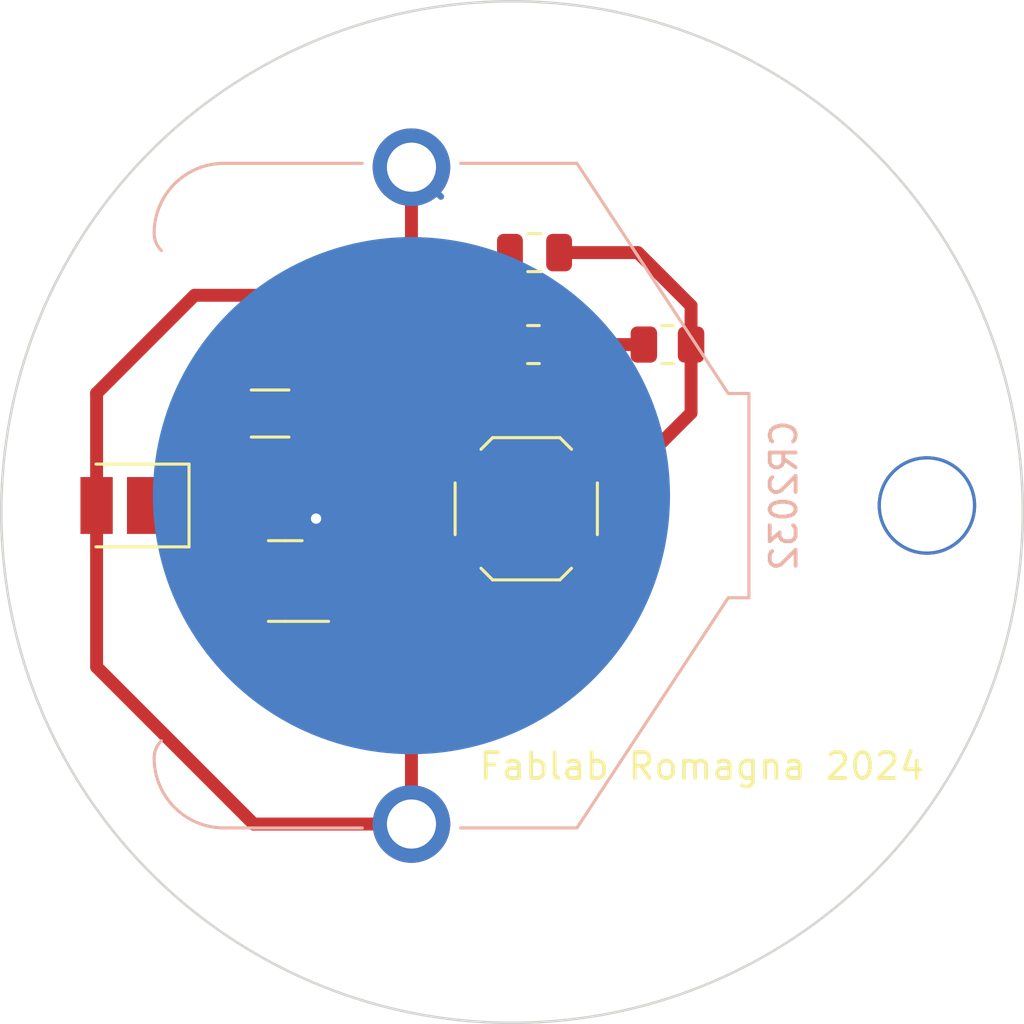
<source format=kicad_pcb>
(kicad_pcb (version 20221018) (generator pcbnew)
  (layers (0 "F.Cu" signal) (31 "B.Cu" signal) (34 "B.Paste" user) (35 "F.Paste" user) (36 "B.SilkS" user "B.Silkscreen") (37 "F.SilkS" user "F.Silkscreen") (38 "B.Mask" user) (39 "F.Mask" user) (44 "Edge.Cuts" user))
  (net 0 "")
  (net 1 "Net-(Q1-G)")
  (net 2 "Net-(Q1-S)")
  (net 3 "Net-(D2-K)")
  (net 4 "Net-(D2-A)")
  (net 5 "Net-(Q1-D)")
  (net 6 "Net-(R1-Pad2)")
  (footprint "Capacitor_SMD:C_0805_2012Metric" (layer "F.Cu") (at 44.008 32.004 180)
    (fp_text reference "C1" hide)
    (fp_text value "10u")
    (fp_line (start -0.261252 -0.735) (end 0.261252 -0.735) (stroke (width 0.12)) (layer "F.SilkS"))
    (fp_line (start -0.261252 0.735) (end 0.261252 0.735) (stroke (width 0.12)) (layer "F.SilkS"))
    (pad "1" smd roundrect (at -0.95 0 180) (size 1 1.45) (layers "F.Cu" "F.Paste" "F.Mask") (net 1 "Net-(Q1-G)"))
    (pad "2" smd roundrect (at 0.95 0 180) (size 1 1.45) (layers "F.Cu" "F.Paste" "F.Mask") (net 2 "Net-(Q1-S)"))
  )
  (footprint "Package_TO_SOT_SMD:SOT-23" (layer "F.Cu") (at 34.3685 44.704 180)
    (fp_text reference "Q1" hide)
    (fp_text value "AO3400A")
    (fp_line (start 0 -1.56) (end -1.675 -1.56) (stroke (width 0.12)) (layer "F.SilkS"))
    (fp_line (start 0 -1.56) (end 0.65 -1.56) (stroke (width 0.12)) (layer "F.SilkS"))
    (fp_line (start 0 1.56) (end -0.65 1.56) (stroke (width 0.12)) (layer "F.SilkS"))
    (fp_line (start 0 1.56) (end 0.65 1.56) (stroke (width 0.12)) (layer "F.SilkS"))
    (pad "1" smd roundrect (at -0.9375 -0.95 180) (size 1.475 0.6) (layers "F.Cu" "F.Paste" "F.Mask") (net 1 "Net-(Q1-G)"))
    (pad "2" smd roundrect (at -0.9375 0.95 180) (size 1.475 0.6) (layers "F.Cu" "F.Paste" "F.Mask") (net 2 "Net-(Q1-S)"))
    (pad "3" smd roundrect (at 0.9375 0 180) (size 1.475 0.6) (layers "F.Cu" "F.Paste" "F.Mask") (net 5 "Net-(Q1-D)"))
  )
  (footprint "Resistor_SMD:R_1206_3216Metric" (layer "F.Cu") (at 33.782 38.227)
    (fp_text reference "R3" hide)
    (fp_text value "120")
    (fp_line (start -0.727064 -0.91) (end 0.727064 -0.91) (stroke (width 0.12)) (layer "F.SilkS"))
    (fp_line (start -0.727064 0.91) (end 0.727064 0.91) (stroke (width 0.12)) (layer "F.SilkS"))
    (pad "1" smd roundrect (at -1.4625 0) (size 1.125 1.75) (layers "F.Cu" "F.Paste" "F.Mask") (roundrect_rratio 0.2222222222) (net 3 "Net-(D2-K)"))
    (pad "2" smd roundrect (at 1.4625 0) (size 1.125 1.75) (layers "F.Cu" "F.Paste" "F.Mask") (roundrect_rratio 0.2222222222) (net 5 "Net-(Q1-D)"))
  )
  (footprint "LED_SMD:LED_PLCC_2835" (layer "F.Cu") (at 28.448 41.783 180)
    (fp_text reference "D2" hide)
    (fp_text value "LED")
    (fp_line (start -2.2 -1.6) (end -2.2 1.6) (stroke (width 0.12)) (layer "F.SilkS"))
    (fp_line (start 1.4 -1.6) (end -2.2 -1.6) (stroke (width 0.12)) (layer "F.SilkS"))
    (fp_line (start 1.4 1.6) (end -2.2 1.6) (stroke (width 0.12)) (layer "F.SilkS"))
    (pad "1" smd rect (at -0.9 0 180) (size 2.2 2.2) (layers "F.Cu" "F.Paste" "F.Mask") (net 3 "Net-(D2-K)"))
    (pad "2" smd rect (at 1.375 0 180) (size 1.25 2.2) (layers "F.Cu" "F.Paste" "F.Mask") (net 4 "Net-(D2-A)"))
  )
  (footprint "Resistor_SMD:R_0805_2012Metric" (layer "F.Cu") (at 49.149 35.56 180)
    (fp_text reference "R1" hide)
    (fp_text value "470K")
    (fp_line (start -0.227064 -0.735) (end 0.227064 -0.735) (stroke (width 0.12)) (layer "F.SilkS"))
    (fp_line (start -0.227064 0.735) (end 0.227064 0.735) (stroke (width 0.12)) (layer "F.SilkS"))
    (pad "1" smd roundrect (at -0.9125 0 180) (size 1.025 1.4) (layers "F.Cu" "F.Paste" "F.Mask") (roundrect_rratio 0.243902439) (net 1 "Net-(Q1-G)"))
    (pad "2" smd roundrect (at 0.9125 0 180) (size 1.025 1.4) (layers "F.Cu" "F.Paste" "F.Mask") (roundrect_rratio 0.243902439) (net 6 "Net-(R1-Pad2)"))
  )
  (footprint "Button_Switch_SMD:SW_Push_1P1T_XKB_TS-1187A" (layer "F.Cu") (at 43.688 41.91 180)
    (fp_text reference "SW1" hide)
    (fp_text value "SW_Push")
    (fp_line (start -2.75 -1) (end -2.75 1) (stroke (width 0.12)) (layer "F.SilkS"))
    (fp_line (start -1.75 -2.3) (end -1.3 -2.75) (stroke (width 0.12)) (layer "F.SilkS"))
    (fp_line (start -1.75 2.3) (end -1.3 2.75) (stroke (width 0.12)) (layer "F.SilkS"))
    (fp_line (start -1.3 -2.75) (end 1.3 -2.75) (stroke (width 0.12)) (layer "F.SilkS"))
    (fp_line (start -1.3 2.75) (end 1.3 2.75) (stroke (width 0.12)) (layer "F.SilkS"))
    (fp_line (start 1.75 -2.3) (end 1.3 -2.75) (stroke (width 0.12)) (layer "F.SilkS"))
    (fp_line (start 1.75 2.3) (end 1.3 2.75) (stroke (width 0.12)) (layer "F.SilkS"))
    (fp_line (start 2.75 -1) (end 2.75 1) (stroke (width 0.12)) (layer "F.SilkS"))
    (pad "1" smd rect (at -3 -1.875 180) (size 1 0.75) (layers "F.Cu" "F.Paste" "F.Mask") (net 4 "Net-(D2-A)"))
    (pad "1" smd rect (at 3 -1.875 180) (size 1 0.75) (layers "F.Cu" "F.Paste" "F.Mask") (net 4 "Net-(D2-A)"))
    (pad "2" smd rect (at -3 1.875 180) (size 1 0.75) (layers "F.Cu" "F.Paste" "F.Mask") (net 1 "Net-(Q1-G)"))
    (pad "2" smd rect (at 3 1.875 180) (size 1 0.75) (layers "F.Cu" "F.Paste" "F.Mask") (net 1 "Net-(Q1-G)"))
  )
  (footprint "Resistor_SMD:R_0805_2012Metric" (layer "F.Cu") (at 43.9655 35.56 180)
    (fp_text reference "R2" hide)
    (fp_text value "470K")
    (fp_line (start -0.227064 -0.735) (end 0.227064 -0.735) (stroke (width 0.12)) (layer "F.SilkS"))
    (fp_line (start -0.227064 0.735) (end 0.227064 0.735) (stroke (width 0.12)) (layer "F.SilkS"))
    (pad "1" smd roundrect (at -0.9125 0 180) (size 1.025 1.4) (layers "F.Cu" "F.Paste" "F.Mask") (roundrect_rratio 0.243902439) (net 6 "Net-(R1-Pad2)"))
    (pad "2" smd roundrect (at 0.9125 0 180) (size 1.025 1.4) (layers "F.Cu" "F.Paste" "F.Mask") (roundrect_rratio 0.243902439) (net 2 "Net-(Q1-S)"))
  )
  (footprint "Battery:BatteryHolder_Keystone_3009_1x2450" (layer "B.Cu") (at 39.249 41.402 90)
    (fp_text reference "CR2032" (at 0 14.4 90) (layer "B.SilkS") (effects (justify mirror)))
    (fp_text value "3")
    (fp_line (start -12.85 -1.9) (end -12.85 -7.3) (stroke (width 0.12)) (layer "B.SilkS"))
    (fp_line (start -12.85 6.4) (end -12.85 1.9) (stroke (width 0.12)) (layer "B.SilkS"))
    (fp_line (start -3.95 12.25) (end -12.85 6.4) (stroke (width 0.12)) (layer "B.SilkS"))
    (fp_line (start -3.95 13.05) (end -3.95 12.25) (stroke (width 0.12)) (layer "B.SilkS"))
    (fp_line (start -3.95 13.05) (end 3.95 13.05) (stroke (width 0.12)) (layer "B.SilkS"))
    (fp_line (start 3.95 12.25) (end 12.85 6.4) (stroke (width 0.12)) (layer "B.SilkS"))
    (fp_line (start 3.95 13.05) (end 3.95 12.25) (stroke (width 0.12)) (layer "B.SilkS"))
    (fp_line (start 12.85 -1.9) (end 12.85 -7.3) (stroke (width 0.12)) (layer "B.SilkS"))
    (fp_line (start 12.85 6.4) (end 12.85 1.9) (stroke (width 0.12)) (layer "B.SilkS"))
    (fp_arc (start -12.85 -7.25) (mid -12.059188 -9.159188) (end -10.15 -9.95) (stroke (width 0.12)) (layer "B.SilkS"))
    (fp_arc (start -10.15 -9.95) (mid -9.786451 -9.877685) (end -9.478249 -9.671751) (stroke (width 0.12)) (layer "B.SilkS"))
    (fp_arc (start 9.478249 -9.671751) (mid 9.786451 -9.877685) (end 10.15 -9.95) (stroke (width 0.12)) (layer "B.SilkS"))
    (fp_arc (start 10.15 -9.95) (mid 12.059188 -9.159188) (end 12.85 -7.25) (stroke (width 0.12)) (layer "B.SilkS"))
    (pad "1" thru_hole circle (at -12.7 0 90) (size 3 3) (drill 1.9) (layers "*.Cu" "*.Mask") (net 4 "Net-(D2-A)"))
    (pad "1" thru_hole circle (at 12.7 0 90) (size 3 3) (drill 1.9) (layers "*.Cu" "*.Mask") (net 4 "Net-(D2-A)"))
    (pad "2" smd circle (at 0 0 90) (size 20 20) (layers "B.Cu" "B.Mask") (net 2 "Net-(Q1-S)"))
  )
  (gr_circle (center 43.138841 42.037) (end 60.579 51.308) (stroke (width 0.1)) (fill none) (layer "Edge.Cuts"))
  (gr_text "Fablab Romagna 2024" (at 41.783 52.451) (layer "F.SilkS") (effects (font (size 1 1)) (justify left bottom)))
  (via (at 59.182 41.783) (size 3.81) (drill 3.556) (layers "F.Cu" "B.Cu") (net 0))
  (segment (start 46.688 40.035) (end 48.23 40.035) (width 0.5) (layer "F.Cu") (net 1))
  (segment (start 48.006 32.004) (end 50.0615 34.0595) (width 0.5) (layer "F.Cu") (net 1))
  (segment (start 48.23 40.035) (end 50.0615 38.2035) (width 0.5) (layer "F.Cu") (net 1))
  (segment (start 44.958 32.004) (end 48.006 32.004) (width 0.5) (layer "F.Cu") (net 1))
  (segment (start 35.306 45.654) (end 36.007 45.654) (width 0.5) (layer "F.Cu") (net 1))
  (segment (start 37.084 44.577) (end 37.084 42.164) (width 0.5) (layer "F.Cu") (net 1))
  (segment (start 36.007 45.654) (end 37.084 44.577) (width 0.5) (layer "F.Cu") (net 1))
  (segment (start 39.213 40.035) (end 40.688 40.035) (width 0.5) (layer "F.Cu") (net 1))
  (segment (start 50.0615 38.2035) (end 50.0615 35.56) (width 0.5) (layer "F.Cu") (net 1))
  (segment (start 50.0615 34.0595) (end 50.0615 35.56) (width 0.5) (layer "F.Cu") (net 1))
  (segment (start 37.084 42.164) (end 39.213 40.035) (width 0.5) (layer "F.Cu") (net 1))
  (segment (start 40.688 40.035) (end 46.688 40.035) (width 0.5) (layer "F.Cu") (net 1))
  (segment (start 41.148 35.56) (end 43.053 35.56) (width 0.5) (layer "F.Cu") (net 2))
  (segment (start 35.306 43.754) (end 35.306 42.545) (width 0.5) (layer "F.Cu") (net 2))
  (segment (start 35.306 42.545) (end 35.56 42.291) (width 0.5) (layer "F.Cu") (net 2))
  (segment (start 35.56 41.148) (end 41.148 35.56) (width 0.5) (layer "F.Cu") (net 2))
  (segment (start 43.053 32.009) (end 43.058 32.004) (width 0.5) (layer "F.Cu") (net 2))
  (segment (start 35.56 42.291) (end 35.56 41.148) (width 0.5) (layer "F.Cu") (net 2))
  (segment (start 43.053 35.56) (end 43.053 32.009) (width 0.5) (layer "F.Cu") (net 2))
  (via (at 35.56 42.291) (size 0.8) (drill 0.4) (layers "F.Cu" "B.Cu") (net 2))
  (segment (start 30.861 41.783) (end 32.3195 40.3245) (width 0.5) (layer "F.Cu") (net 3))
  (segment (start 32.3195 40.3245) (end 32.3195 38.227) (width 0.5) (layer "F.Cu") (net 3))
  (segment (start 29.348 41.783) (end 30.861 41.783) (width 0.5) (layer "F.Cu") (net 3))
  (segment (start 27.073 37.443) (end 30.861 33.655) (width 0.5) (layer "F.Cu") (net 4))
  (segment (start 39.249 31.49) (end 39.249 28.702) (width 0.5) (layer "F.Cu") (net 4))
  (segment (start 37.084 33.655) (end 39.249 31.49) (width 0.5) (layer "F.Cu") (net 4))
  (segment (start 33.147 54.102) (end 39.249 54.102) (width 0.5) (layer "F.Cu") (net 4))
  (segment (start 39.249 44.571) (end 40.035 43.785) (width 0.5) (layer "F.Cu") (net 4))
  (segment (start 39.249 54.102) (end 39.249 44.571) (width 0.5) (layer "F.Cu") (net 4))
  (segment (start 27.073 41.783) (end 27.073 37.443) (width 0.5) (layer "F.Cu") (net 4))
  (segment (start 27.073 48.028) (end 33.147 54.102) (width 0.5) (layer "F.Cu") (net 4))
  (segment (start 27.073 41.783) (end 27.073 48.028) (width 0.5) (layer "F.Cu") (net 4))
  (segment (start 40.688 43.785) (end 46.688 43.785) (width 0.5) (layer "F.Cu") (net 4))
  (segment (start 40.035 43.785) (end 40.688 43.785) (width 0.5) (layer "F.Cu") (net 4))
  (segment (start 30.861 33.655) (end 37.084 33.655) (width 0.5) (layer "F.Cu") (net 4))
  (segment (start 39.249 28.702) (end 40.386 29.839) (width 0.25) (layer "B.Cu") (net 4))
  (segment (start 33.431 41.118) (end 35.2445 39.3045) (width 0.5) (layer "F.Cu") (net 5))
  (segment (start 33.431 44.704) (end 33.431 41.118) (width 0.5) (layer "F.Cu") (net 5))
  (segment (start 35.2445 39.3045) (end 35.2445 38.227) (width 0.5) (layer "F.Cu") (net 5))
  (segment (start 44.878 35.56) (end 48.2365 35.56) (width 0.5) (layer "F.Cu") (net 6))
)
</source>
